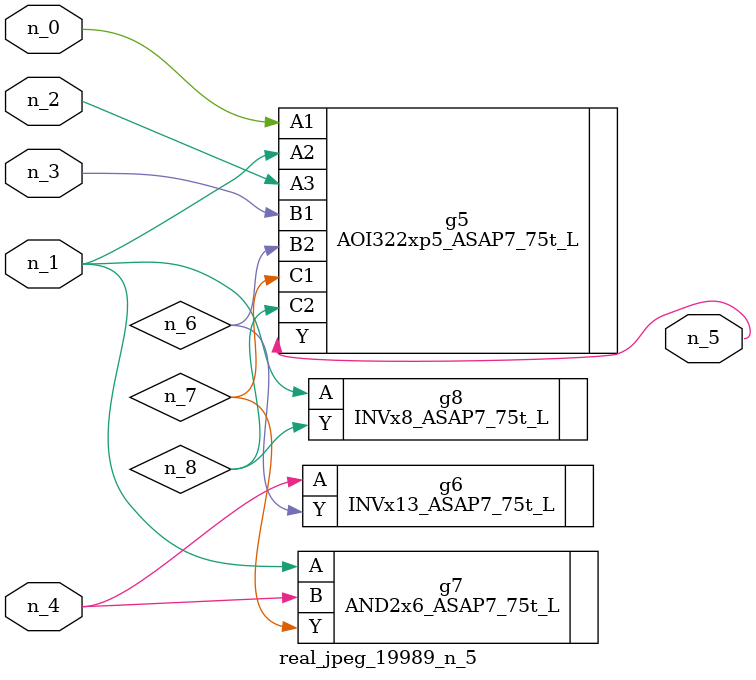
<source format=v>
module real_jpeg_19989_n_5 (n_4, n_0, n_1, n_2, n_3, n_5);

input n_4;
input n_0;
input n_1;
input n_2;
input n_3;

output n_5;

wire n_8;
wire n_6;
wire n_7;

AOI322xp5_ASAP7_75t_L g5 ( 
.A1(n_0),
.A2(n_1),
.A3(n_2),
.B1(n_3),
.B2(n_6),
.C1(n_7),
.C2(n_8),
.Y(n_5)
);

AND2x6_ASAP7_75t_L g7 ( 
.A(n_1),
.B(n_4),
.Y(n_7)
);

INVx8_ASAP7_75t_L g8 ( 
.A(n_1),
.Y(n_8)
);

INVx13_ASAP7_75t_L g6 ( 
.A(n_4),
.Y(n_6)
);


endmodule
</source>
